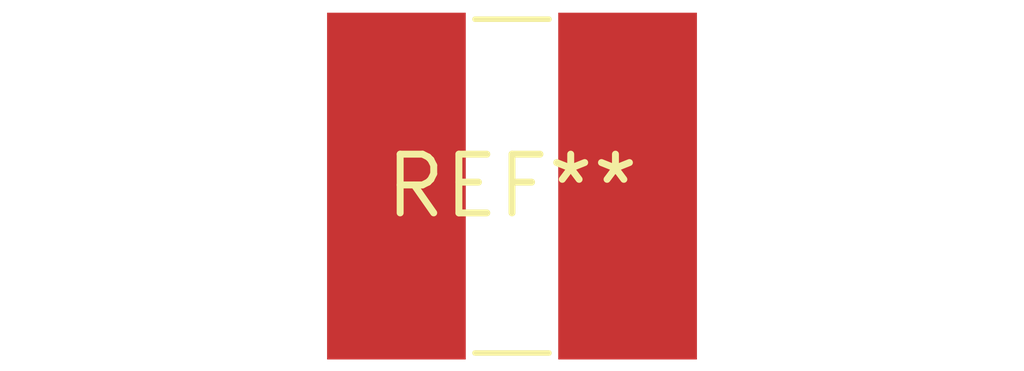
<source format=kicad_pcb>
(kicad_pcb (version 20240108) (generator pcbnew)
  (layers (0 "F.Cu" signal) (31 "B.Cu" signal) (34 "B.Paste" user) (35 "F.Paste" user) (36 "B.SilkS" user "B.Silkscreen") (37 "F.SilkS" user "F.Silkscreen") (38 "B.Mask" user) (39 "F.Mask" user) (44 "Edge.Cuts" user))
  (net 0 "")
  (footprint "L_Ferrocore_DLG-0705" (layer "F.Cu") (at 0 0)
    (property "Reference" "REF**")
    (property "Value" "L_Ferrocore_DLG-0705")
    (fp_line (start -0.8 -3.61) (end 0.8 -3.61) (layer "F.SilkS") (stroke (width 0.12)))
    (fp_line (start -0.8 3.61) (end 0.8 3.61) (layer "F.SilkS") (stroke (width 0.12)))
    (pad "1" smd rect (at -2.5 0) (size 3 7.5) (layers "F.Cu" "F.Paste" "F.Mask"))
    (pad "2" smd rect (at 2.5 0) (size 3 7.5) (layers "F.Cu" "F.Paste" "F.Mask"))
  )
)
</source>
